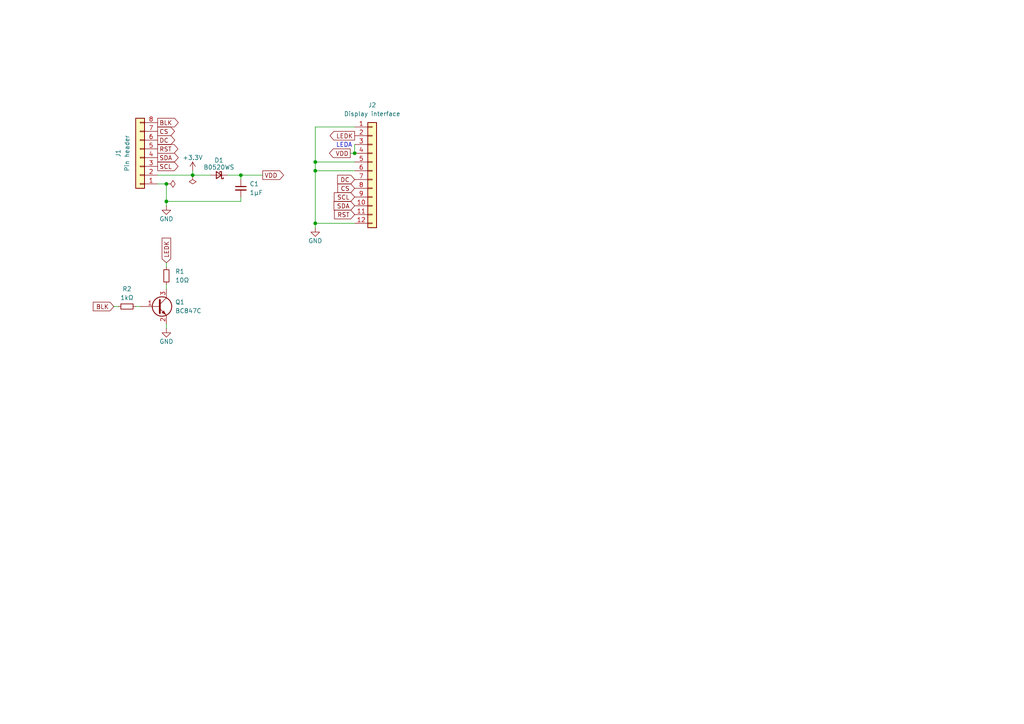
<source format=kicad_sch>
(kicad_sch (version 20231120) (generator "eeschema") (generator_version "8.0")
  (paper "A4")
  (lib_symbols
    (symbol "Connector_Generic:Conn_01x08" (pin_names (offset 1.016) hide)
      (property "Reference" "J" (at 0 10.16 0))
      (property "Value" "Conn_01x08" (at 0 -12.7 0))
      (symbol "Conn_01x08_1_1"
        (rectangle (start -1.27 -10.033) (end 0 -10.287) (stroke (width 0.1524)))
        (rectangle (start -1.27 -7.493) (end 0 -7.747) (stroke (width 0.1524)))
        (rectangle (start -1.27 -4.953) (end 0 -5.207) (stroke (width 0.1524)))
        (rectangle (start -1.27 -2.413) (end 0 -2.667) (stroke (width 0.1524)))
        (rectangle (start -1.27 0.127) (end 0 -0.127) (stroke (width 0.1524)))
        (rectangle (start -1.27 2.667) (end 0 2.413) (stroke (width 0.1524)))
        (rectangle (start -1.27 5.207) (end 0 4.953) (stroke (width 0.1524)))
        (rectangle (start -1.27 7.747) (end 0 7.493) (stroke (width 0.1524)))
        (rectangle (start -1.27 8.89) (end 1.27 -11.43) (stroke (width 0.254)) (fill (type background)))
        (pin passive line (at -5.08 7.62 0) (length 3.81) (name "Pin_1") (number "1"))
        (pin passive line (at -5.08 5.08 0) (length 3.81) (name "Pin_2") (number "2"))
        (pin passive line (at -5.08 2.54 0) (length 3.81) (name "Pin_3") (number "3"))
        (pin passive line (at -5.08 0 0) (length 3.81) (name "Pin_4") (number "4"))
        (pin passive line (at -5.08 -2.54 0) (length 3.81) (name "Pin_5") (number "5"))
        (pin passive line (at -5.08 -5.08 0) (length 3.81) (name "Pin_6") (number "6"))
        (pin passive line (at -5.08 -7.62 0) (length 3.81) (name "Pin_7") (number "7"))
        (pin passive line (at -5.08 -10.16 0) (length 3.81) (name "Pin_8") (number "8"))
      )
    )
    (symbol "Connector_Generic:Conn_01x12" (pin_names (offset 1.016) hide)
      (property "Reference" "J" (at 0 15.24 0))
      (property "Value" "Conn_01x12" (at 0 -17.78 0))
      (symbol "Conn_01x12_1_1"
        (rectangle (start -1.27 -15.113) (end 0 -15.367) (stroke (width 0.1524)))
        (rectangle (start -1.27 -12.573) (end 0 -12.827) (stroke (width 0.1524)))
        (rectangle (start -1.27 -10.033) (end 0 -10.287) (stroke (width 0.1524)))
        (rectangle (start -1.27 -7.493) (end 0 -7.747) (stroke (width 0.1524)))
        (rectangle (start -1.27 -4.953) (end 0 -5.207) (stroke (width 0.1524)))
        (rectangle (start -1.27 -2.413) (end 0 -2.667) (stroke (width 0.1524)))
        (rectangle (start -1.27 0.127) (end 0 -0.127) (stroke (width 0.1524)))
        (rectangle (start -1.27 2.667) (end 0 2.413) (stroke (width 0.1524)))
        (rectangle (start -1.27 5.207) (end 0 4.953) (stroke (width 0.1524)))
        (rectangle (start -1.27 7.747) (end 0 7.493) (stroke (width 0.1524)))
        (rectangle (start -1.27 10.287) (end 0 10.033) (stroke (width 0.1524)))
        (rectangle (start -1.27 12.827) (end 0 12.573) (stroke (width 0.1524)))
        (rectangle (start -1.27 13.97) (end 1.27 -16.51) (stroke (width 0.254)) (fill (type background)))
        (pin passive line (at -5.08 12.7 0) (length 3.81) (name "Pin_1") (number "1"))
        (pin passive line (at -5.08 -10.16 0) (length 3.81) (name "Pin_10") (number "10"))
        (pin passive line (at -5.08 -12.7 0) (length 3.81) (name "Pin_11") (number "11"))
        (pin passive line (at -5.08 -15.24 0) (length 3.81) (name "Pin_12") (number "12"))
        (pin passive line (at -5.08 10.16 0) (length 3.81) (name "Pin_2") (number "2"))
        (pin passive line (at -5.08 7.62 0) (length 3.81) (name "Pin_3") (number "3"))
        (pin passive line (at -5.08 5.08 0) (length 3.81) (name "Pin_4") (number "4"))
        (pin passive line (at -5.08 2.54 0) (length 3.81) (name "Pin_5") (number "5"))
        (pin passive line (at -5.08 0 0) (length 3.81) (name "Pin_6") (number "6"))
        (pin passive line (at -5.08 -2.54 0) (length 3.81) (name "Pin_7") (number "7"))
        (pin passive line (at -5.08 -5.08 0) (length 3.81) (name "Pin_8") (number "8"))
        (pin passive line (at -5.08 -7.62 0) (length 3.81) (name "Pin_9") (number "9"))
      )
    )
    (symbol "Device:C_Small" (pin_numbers hide) (pin_names (offset 0.254) hide)
      (property "Reference" "C" (at 0.254 1.778 0))
      (property "Value" "C_Small" (at 0.254 -2.032 0))
      (symbol "C_Small_0_1"
        (polyline (pts (xy -1.524 -0.508) (xy 1.524 -0.508)) (stroke (width 0.3302)))
        (polyline (pts (xy -1.524 0.508) (xy 1.524 0.508)) (stroke (width 0.3048)))
      )
      (symbol "C_Small_1_1"
        (pin passive line (at 0 2.54 270) (length 2.032) (name "~") (number "1"))
        (pin passive line (at 0 -2.54 90) (length 2.032) (name "~") (number "2"))
      )
    )
    (symbol "Device:D_Schottky_Small" (pin_numbers hide) (pin_names (offset 0.254) hide)
      (property "Reference" "D" (at -1.27 2.032 0))
      (property "Value" "D_Schottky_Small" (at -7.112 -2.032 0))
      (symbol "D_Schottky_Small_0_1"
        (polyline (pts (xy -0.762 0) (xy 0.762 0)))
        (polyline (pts (xy 0.762 -1.016) (xy -0.762 0) (xy 0.762 1.016) (xy 0.762 -1.016)) (stroke (width 0.254)))
        (polyline (pts (xy -1.27 0.762) (xy -1.27 1.016) (xy -0.762 1.016) (xy -0.762 -1.016) (xy -0.254 -1.016) (xy -0.254 -0.762)) (stroke (width 0.254)))
      )
      (symbol "D_Schottky_Small_1_1"
        (pin passive line (at -2.54 0 0) (length 1.778) (name "K") (number "1"))
        (pin passive line (at 2.54 0 180) (length 1.778) (name "A") (number "2"))
      )
    )
    (symbol "Device:R_Small" (pin_numbers hide) (pin_names (offset 0.254) hide)
      (property "Reference" "R" (at 0.762 0.508 0))
      (property "Value" "R_Small" (at 0.762 -1.016 0))
      (symbol "R_Small_0_1"
        (rectangle (start -0.762 1.778) (end 0.762 -1.778) (stroke (width 0.2032)))
      )
      (symbol "R_Small_1_1"
        (pin passive line (at 0 2.54 270) (length 0.762) (name "~") (number "1"))
        (pin passive line (at 0 -2.54 90) (length 0.762) (name "~") (number "2"))
      )
    )
    (symbol "Transistor_BJT:BC847" (pin_names (offset 0) hide)
      (property "Reference" "Q" (at 5.08 1.905 0))
      (property "Value" "BC847" (at 5.08 0 0))
      (symbol "BC847_0_1"
        (polyline (pts (xy 0.635 0.635) (xy 2.54 2.54)))
        (polyline (pts (xy 0.635 -0.635) (xy 2.54 -2.54) (xy 2.54 -2.54)))
        (polyline (pts (xy 0.635 1.905) (xy 0.635 -1.905) (xy 0.635 -1.905)) (stroke (width 0.508)))
        (polyline (pts (xy 1.27 -1.778) (xy 1.778 -1.27) (xy 2.286 -2.286) (xy 1.27 -1.778) (xy 1.27 -1.778)) (fill (type outline)))
        (circle (center 1.27 0) (radius 2.8194) (stroke (width 0.254)))
      )
      (symbol "BC847_1_1"
        (pin input line (at -5.08 0 0) (length 5.715) (name "B") (number "1"))
        (pin passive line (at 2.54 -5.08 90) (length 2.54) (name "E") (number "2"))
        (pin passive line (at 2.54 5.08 270) (length 2.54) (name "C") (number "3"))
      )
    )
    (symbol "power:+3.3V" (power) (pin_numbers hide) (pin_names (offset 0) hide)
      (property "Value" "+3.3V" (at 0 3.556 0))
      (symbol "+3.3V_0_1"
        (polyline (pts (xy -0.762 1.27) (xy 0 2.54)))
        (polyline (pts (xy 0 0) (xy 0 2.54)))
        (polyline (pts (xy 0 2.54) (xy 0.762 1.27)))
      )
      (symbol "+3.3V_1_1"
        (pin power_in line (at 0 0 90) (length 0) (name "~") (number "1"))
      )
    )
    (symbol "power:GND" (power) (pin_numbers hide) (pin_names (offset 0) hide)
      (property "Value" "GND" (at 0 -3.81 0))
      (symbol "GND_0_1"
        (polyline (pts (xy 0 0) (xy 0 -1.27) (xy 1.27 -1.27) (xy 0 -2.54) (xy -1.27 -1.27) (xy 0 -1.27)))
      )
      (symbol "GND_1_1"
        (pin power_in line (at 0 0 270) (length 0) (name "~") (number "1"))
      )
    )
    (symbol "power:PWR_FLAG" (power) (pin_numbers hide) (pin_names (offset 0) hide)
      (property "Value" "PWR_FLAG" (at 0 3.81 0))
      (symbol "PWR_FLAG_0_0"
        (pin power_out line (at 0 0 90) (length 0) (name "~") (number "1"))
      )
      (symbol "PWR_FLAG_0_1"
        (polyline (pts (xy 0 0) (xy 0 1.27) (xy -1.016 1.905) (xy 0 2.54) (xy 1.016 1.905) (xy 0 1.27)))
      )
    )
  )
  (junction (at 48.26 53.34))
  (junction (at 102.87 44.45))
  (junction (at 69.85 50.8))
  (junction (at 48.26 58.42))
  (junction (at 91.44 46.99))
  (junction (at 91.44 64.77))
  (junction (at 55.88 50.8))
  (junction (at 91.44 49.53))
  (wire (pts (xy 91.44 64.77) (xy 102.87 64.77)))
  (wire (pts (xy 48.26 93.98) (xy 48.26 95.25)))
  (wire (pts (xy 102.87 36.83) (xy 91.44 36.83)))
  (wire (pts (xy 55.88 50.8) (xy 60.96 50.8)))
  (wire (pts (xy 33.02 88.9) (xy 34.29 88.9)))
  (wire (pts (xy 91.44 49.53) (xy 102.87 49.53)))
  (wire (pts (xy 102.87 41.91) (xy 102.87 44.45)))
  (wire (pts (xy 91.44 36.83) (xy 91.44 46.99)))
  (wire (pts (xy 91.44 46.99) (xy 91.44 49.53)))
  (wire (pts (xy 48.26 82.55) (xy 48.26 83.82)))
  (wire (pts (xy 66.04 50.8) (xy 69.85 50.8)))
  (wire (pts (xy 48.26 58.42) (xy 69.85 58.42)))
  (wire (pts (xy 91.44 64.77) (xy 91.44 49.53)))
  (wire (pts (xy 69.85 58.42) (xy 69.85 57.15)))
  (wire (pts (xy 48.26 76.2) (xy 48.26 77.47)))
  (wire (pts (xy 55.88 50.8) (xy 55.88 49.53)))
  (wire (pts (xy 69.85 52.07) (xy 69.85 50.8)))
  (wire (pts (xy 91.44 46.99) (xy 102.87 46.99)))
  (wire (pts (xy 39.37 88.9) (xy 40.64 88.9)))
  (wire (pts (xy 69.85 50.8) (xy 76.2 50.8)))
  (wire (pts (xy 48.26 58.42) (xy 48.26 59.69)))
  (wire (pts (xy 101.6 44.45) (xy 102.87 44.45)))
  (wire (pts (xy 45.72 53.34) (xy 48.26 53.34)))
  (wire (pts (xy 45.72 50.8) (xy 55.88 50.8)))
  (wire (pts (xy 48.26 53.34) (xy 48.26 58.42)))
  (wire (pts (xy 91.44 64.77) (xy 91.44 66.04)))
  (text "LEDA" (at 99.822 42.164 0) (effects (font (size 1.27 1.27))))
  (global_label "VDD" (shape output) (at 101.6 44.45 180) (property "Intersheetrefs" "${INTERSHEET_REFS}" (effects (hide yes))))
  (global_label "LEDK" (shape input) (at 48.26 76.2 90) (property "Intersheetrefs" "${INTERSHEET_REFS}" (effects (hide yes))))
  (global_label "SDA" (shape output) (at 45.72 45.72 0) (property "Intersheetrefs" "${INTERSHEET_REFS}" (effects (hide yes))))
  (global_label "BLK" (shape output) (at 45.72 35.56 0) (property "Intersheetrefs" "${INTERSHEET_REFS}" (effects (hide yes))))
  (global_label "CS" (shape output) (at 45.72 38.1 0) (property "Intersheetrefs" "${INTERSHEET_REFS}" (effects (hide yes))))
  (global_label "RST" (shape input) (at 102.87 62.23 180) (property "Intersheetrefs" "${INTERSHEET_REFS}" (effects (hide yes))))
  (global_label "SCL" (shape input) (at 102.87 57.15 180) (property "Intersheetrefs" "${INTERSHEET_REFS}" (effects (hide yes))))
  (global_label "VDD" (shape output) (at 76.2 50.8 0) (property "Intersheetrefs" "${INTERSHEET_REFS}" (effects (hide yes))))
  (global_label "RST" (shape output) (at 45.72 43.18 0) (property "Intersheetrefs" "${INTERSHEET_REFS}" (effects (hide yes))))
  (global_label "SCL" (shape output) (at 45.72 48.26 0) (property "Intersheetrefs" "${INTERSHEET_REFS}" (effects (hide yes))))
  (global_label "BLK" (shape input) (at 33.02 88.9 180) (property "Intersheetrefs" "${INTERSHEET_REFS}" (effects (hide yes))))
  (global_label "DC" (shape input) (at 102.87 52.07 180) (property "Intersheetrefs" "${INTERSHEET_REFS}" (effects (hide yes))))
  (global_label "CS" (shape input) (at 102.87 54.61 180) (property "Intersheetrefs" "${INTERSHEET_REFS}" (effects (hide yes))))
  (global_label "SDA" (shape input) (at 102.87 59.69 180) (property "Intersheetrefs" "${INTERSHEET_REFS}" (effects (hide yes))))
  (global_label "LEDK" (shape output) (at 102.87 39.37 180) (property "Intersheetrefs" "${INTERSHEET_REFS}" (effects (hide yes))))
  (global_label "DC" (shape output) (at 45.72 40.64 0) (property "Intersheetrefs" "${INTERSHEET_REFS}" (effects (hide yes))))
  (symbol (lib_id "power:GND") (at 48.26 59.69 0) (mirror y) (unit 1)
    (property "Reference" "#PWR02" (effects (hide yes)))
    (property "Value" "GND" (at 48.26 63.5 0))
    (property "Description" "Power symbol creates a global label with name \"GND\" , ground" (effects (hide yes)))
  )
  (symbol (lib_id "Device:C_Small") (at 69.85 54.61 0) (unit 1)
    (property "Reference" "C1" (at 72.39 53.3462 0) (effects (justify left)))
    (property "Value" "1µF" (at 72.39 55.8862 0) (effects (justify left)))
    (property "Footprint" "Capacitor_SMD:C_0603_1608Metric_Pad1.08x0.95mm_HandSolder" (effects (hide yes)))
    (property "Description" "Unpolarized capacitor, small symbol" (effects (hide yes)))
  )
  (symbol (lib_id "Device:R_Small") (at 36.83 88.9 90) (unit 1)
    (property "Reference" "R2" (at 36.83 83.82 90))
    (property "Value" "1kΩ" (at 36.83 86.36 90))
    (property "Footprint" "Resistor_SMD:R_0603_1608Metric_Pad0.98x0.95mm_HandSolder" (effects (hide yes)))
    (property "Description" "Resistor, small symbol" (effects (hide yes)))
  )
  (symbol (lib_id "Transistor_BJT:BC847") (at 45.72 88.9 0) (unit 1)
    (property "Reference" "Q1" (at 50.8 87.6299 0) (effects (justify left)))
    (property "Value" "BC847C" (at 50.8 90.1699 0) (effects (justify left)))
    (property "Footprint" "Package_TO_SOT_SMD:SOT-23" (effects (hide yes)))
    (property "Datasheet" "http://www.infineon.com/dgdl/Infineon-BC847SERIES_BC848SERIES_BC849SERIES_BC850SERIES-DS-v01_01-en.pdf?fileId=db3a304314dca389011541d4630a1657" (effects (hide yes)))
    (property "Description" "0.1A Ic, 45V Vce, NPN Transistor, SOT-23" (effects (hide yes)))
  )
  (symbol (lib_id "Device:D_Schottky_Small") (at 63.5 50.8 180) (unit 1)
    (property "Reference" "D1" (at 63.5 46.482 0))
    (property "Value" "B0520WS" (at 63.5 48.514 0))
    (property "Footprint" "Diode_SMD:D_SOD-323_HandSoldering" (effects (hide yes)))
    (property "Description" "Schottky diode, small symbol" (effects (hide yes)))
  )
  (symbol (lib_id "power:PWR_FLAG") (at 48.26 53.34 270) (unit 1)
    (property "Reference" "#FLG02" (effects (hide yes)))
    (property "Value" "PWR_FLAG" (effects (hide yes)))
    (property "Description" "Special symbol for telling ERC where power comes from" (effects (hide yes)))
  )
  (symbol (lib_id "Device:R_Small") (at 48.26 80.01 180) (unit 1)
    (property "Reference" "R1" (at 50.8 78.7399 0) (effects (justify right)))
    (property "Value" "10Ω" (at 50.8 81.2799 0) (effects (justify right)))
    (property "Footprint" "Resistor_SMD:R_0603_1608Metric_Pad0.98x0.95mm_HandSolder" (effects (hide yes)))
    (property "Description" "Resistor, small symbol" (effects (hide yes)))
  )
  (symbol (lib_id "power:PWR_FLAG") (at 55.88 50.8 180) (unit 1)
    (property "Reference" "#FLG01" (effects (hide yes)))
    (property "Value" "PWR_FLAG" (effects (hide yes)))
    (property "Description" "Special symbol for telling ERC where power comes from" (effects (hide yes)))
  )
  (symbol (lib_id "Connector_Generic:Conn_01x12") (at 107.95 49.53 0) (unit 1)
    (property "Reference" "J2" (at 107.95 30.48 0))
    (property "Value" "Display interface" (at 107.95 33.02 0))
    (property "Footprint" "Retronics_Connectors:505110-1292" (effects (hide yes)))
    (property "Description" "Generic connector, single row, 01x12, script generated (kicad-library-utils/schlib/autogen/connector/)" (effects (hide yes)))
  )
  (symbol (lib_id "power:GND") (at 48.26 95.25 0) (unit 1)
    (property "Reference" "#PWR04" (effects (hide yes)))
    (property "Value" "GND" (at 48.26 99.06 0))
    (property "Description" "Power symbol creates a global label with name \"GND\" , ground" (effects (hide yes)))
  )
  (symbol (lib_id "power:GND") (at 91.44 66.04 0) (mirror y) (unit 1)
    (property "Reference" "#PWR03" (effects (hide yes)))
    (property "Value" "GND" (at 91.44 69.85 0))
    (property "Description" "Power symbol creates a global label with name \"GND\" , ground" (effects (hide yes)))
  )
  (symbol (lib_id "power:+3.3V") (at 55.88 49.53 0) (unit 1)
    (property "Reference" "#PWR01" (effects (hide yes)))
    (property "Value" "+3.3V" (at 55.88 45.72 0))
    (property "Description" "Power symbol creates a global label with name \"+3.3V\"" (effects (hide yes)))
  )
  (symbol (lib_id "Connector_Generic:Conn_01x08") (at 40.64 45.72 180) (unit 1)
    (property "Reference" "J1" (at 34.29 44.45 90))
    (property "Value" "Pin header" (at 36.83 44.45 90))
    (property "Footprint" "Connector_PinHeader_2.54mm:PinHeader_1x08_P2.54mm_Vertical" (effects (hide yes)))
    (property "Description" "Generic connector, single row, 01x08, script generated (kicad-library-utils/schlib/autogen/connector/)" (effects (hide yes)))
  )
)
</source>
